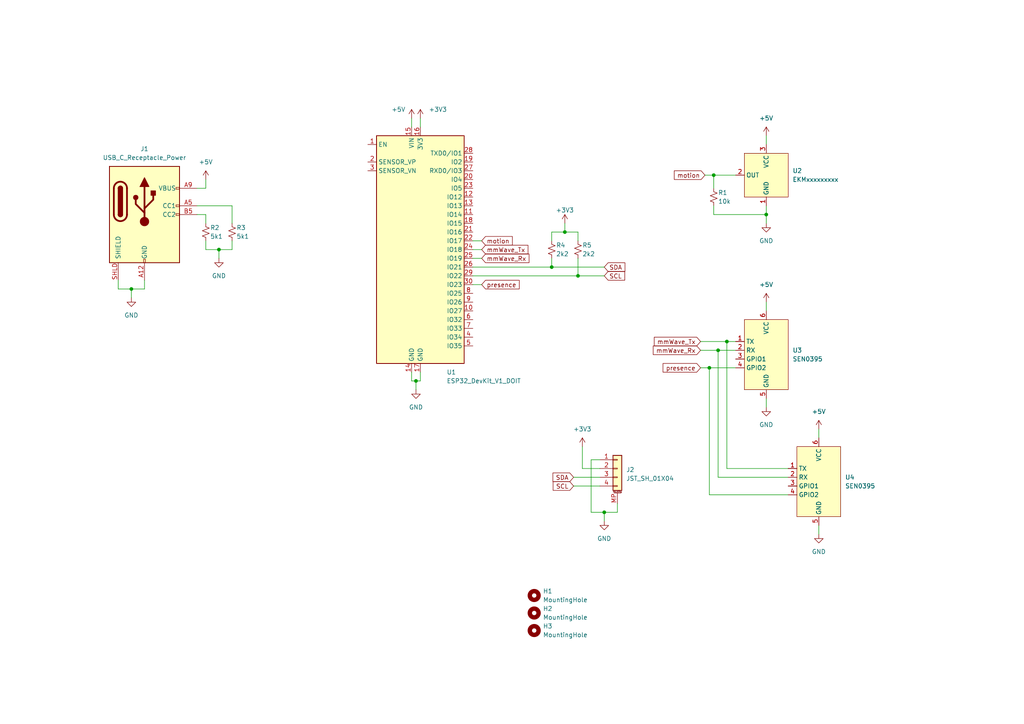
<source format=kicad_sch>
(kicad_sch (version 20211123) (generator eeschema)
  (paper "A4")
  (lib_symbols
    (symbol "Connector_Generic_MountingPin:Conn_01x04_MountingPin" (pin_names (offset 1.016) hide)
      (property "Reference" "J" (at 0 5.08 0))
      (property "Value" "Conn_01x04_MountingPin" (at 1.27 -7.62 0))
      (symbol "Conn_01x04_MountingPin_1_1"
        (rectangle (start -1.27 -4.953) (end 0 -5.207) (stroke (width 0.1524)))
        (rectangle (start -1.27 -2.413) (end 0 -2.667) (stroke (width 0.1524)))
        (rectangle (start -1.27 0.127) (end 0 -0.127) (stroke (width 0.1524)))
        (rectangle (start -1.27 2.667) (end 0 2.413) (stroke (width 0.1524)))
        (rectangle (start -1.27 3.81) (end 1.27 -6.35) (stroke (width 0.254)) (fill (type background)))
        (polyline (pts (xy -1.016 -7.112) (xy 1.016 -7.112)) (stroke (width 0.1524)))
        (text "Mounting" (at 0 -6.731 0) (effects (font (size 0.381 0.381))))
        (pin passive line (at -5.08 2.54 0) (length 3.81) (name "Pin_1") (number "1"))
        (pin passive line (at -5.08 0 0) (length 3.81) (name "Pin_2") (number "2"))
        (pin passive line (at -5.08 -2.54 0) (length 3.81) (name "Pin_3") (number "3"))
        (pin passive line (at -5.08 -5.08 0) (length 3.81) (name "Pin_4") (number "4"))
        (pin passive line (at 0 -10.16 90) (length 3.048) (name "MountPin") (number "MP"))
      )
    )
    (symbol "Device:R_Small_US" (pin_numbers hide) (pin_names (offset 0.254) hide)
      (property "Reference" "R" (at 0.762 0.508 0))
      (property "Value" "R_Small_US" (at 0.762 -1.016 0))
      (symbol "R_Small_US_1_1"
        (polyline (pts (xy 0 0) (xy 1.016 -0.381) (xy 0 -0.762) (xy -1.016 -1.143) (xy 0 -1.524)))
        (polyline (pts (xy 0 1.524) (xy 1.016 1.143) (xy 0 0.762) (xy -1.016 0.381) (xy 0 0)))
        (pin passive line (at 0 2.54 270) (length 1.016) (name "~") (number "1"))
        (pin passive line (at 0 -2.54 90) (length 1.016) (name "~") (number "2"))
      )
    )
    (symbol "Mechanical:MountingHole" (pin_names (offset 1.016))
      (property "Reference" "H" (at 0 5.08 0))
      (property "Value" "MountingHole" (at 0 3.175 0))
      (symbol "MountingHole_0_1"
        (circle (center 0 0) (radius 1.27) (stroke (width 1.27)))
      )
    )
    (symbol "My Symbols:EKMxxxxxxxxx"
      (property "Reference" "U" (at 5.08 -2.54 0))
      (property "Value" "EKMxxxxxxxxx" (at 5.08 0 0))
      (symbol "EKMxxxxxxxxx_0_1"
        (rectangle (start -6.35 -6.35) (end 6.35 -19.05) (fill (type background)))
      )
      (symbol "EKMxxxxxxxxx_1_1"
        (pin input line (at 0 -21.59 90) (length 2.54) (name "GND") (number "1"))
        (pin input line (at -8.89 -12.7 0) (length 2.54) (name "OUT") (number "2"))
        (pin input line (at 0 -3.81 270) (length 2.54) (name "VCC") (number "3"))
      )
    )
    (symbol "My Symbols:SEN0395"
      (property "Reference" "U" (at 5.08 -2.54 0))
      (property "Value" "SEN0395" (at 5.08 0 0))
      (symbol "SEN0395_0_1"
        (rectangle (start -6.35 -6.35) (end 6.35 -26.67) (fill (type background)))
      )
      (symbol "SEN0395_1_1"
        (pin input line (at -8.89 -12.7 0) (length 2.54) (name "TX") (number "1"))
        (pin input line (at -8.89 -15.24 0) (length 2.54) (name "RX") (number "2"))
        (pin input line (at -8.89 -17.78 0) (length 2.54) (name "GPIO1") (number "3"))
        (pin input line (at -8.89 -20.32 0) (length 2.54) (name "GPIO2") (number "4"))
        (pin input line (at 0 -29.21 90) (length 2.54) (name "GND") (number "5"))
        (pin input line (at 0 -3.81 270) (length 2.54) (name "VCC") (number "6"))
        (pin input line (at 8.89 -15.24 180) (length 2.54) hide (name "NC1") (number "7"))
        (pin input line (at 8.89 -17.78 180) (length 2.54) hide (name "NC2") (number "8"))
      )
    )
    (symbol "My Symbols:USB_C_Receptacle_Power" (pin_names (offset 1.016))
      (property "Reference" "J" (at -10.16 12.7 0))
      (property "Value" "USB_C_Receptacle_Power" (at 19.05 12.7 0))
      (symbol "USB_C_Receptacle_Power_0_0"
        (rectangle (start -0.254 -17.78) (end 0.254 -16.764))
        (rectangle (start 10.16 -3.556) (end 9.144 -4.064))
        (rectangle (start 10.16 -1.016) (end 9.144 -1.524))
        (rectangle (start 10.16 4.064) (end 9.144 3.556))
      )
      (symbol "USB_C_Receptacle_Power_0_1"
        (rectangle (start -10.16 10.16) (end 10.16 -17.78) (stroke (width 0.254)) (fill (type background)))
        (arc (start -8.89 -3.81) (mid -6.985 -5.715) (end -5.08 -3.81) (stroke (width 0.508)))
        (arc (start -7.62 -3.81) (mid -6.985 -4.445) (end -6.35 -3.81) (stroke (width 0.254)))
        (arc (start -7.62 -3.81) (mid -6.985 -4.445) (end -6.35 -3.81) (stroke (width 0.254)) (fill (type outline)))
        (rectangle (start -7.62 -3.81) (end -6.35 3.81) (stroke (width 0.254)) (fill (type outline)))
        (arc (start -6.35 3.81) (mid -6.985 4.445) (end -7.62 3.81) (stroke (width 0.254)))
        (arc (start -6.35 3.81) (mid -6.985 4.445) (end -7.62 3.81) (stroke (width 0.254)) (fill (type outline)))
        (arc (start -5.08 3.81) (mid -6.985 5.715) (end -8.89 3.81) (stroke (width 0.508)))
        (circle (center -2.54 1.143) (radius 0.635) (stroke (width 0.254)) (fill (type outline)))
        (circle (center 0 -5.842) (radius 1.27) (fill (type outline)))
        (polyline (pts (xy -8.89 -3.81) (xy -8.89 3.81)) (stroke (width 0.508)))
        (polyline (pts (xy -5.08 3.81) (xy -5.08 -3.81)) (stroke (width 0.508)))
        (polyline (pts (xy 0 -5.842) (xy 0 4.318)) (stroke (width 0.508)))
        (polyline (pts (xy 0 -3.302) (xy -2.54 -0.762) (xy -2.54 0.508)) (stroke (width 0.508)))
        (polyline (pts (xy 0 -2.032) (xy 2.54 0.508) (xy 2.54 1.778)) (stroke (width 0.508)))
        (polyline (pts (xy -1.27 4.318) (xy 0 6.858) (xy 1.27 4.318) (xy -1.27 4.318)) (stroke (width 0.254)) (fill (type outline)))
        (rectangle (start 1.905 1.778) (end 3.175 3.048) (stroke (width 0.254)) (fill (type outline)))
      )
      (symbol "USB_C_Receptacle_Power_1_1"
        (pin passive line (at 0 -22.86 90) (length 5.08) (name "GND") (number "A12"))
        (pin bidirectional line (at 15.24 -1.27 180) (length 5.08) (name "CC1") (number "A5"))
        (pin passive line (at 15.24 3.81 180) (length 5.08) (name "VBUS") (number "A9"))
        (pin passive line (at 0 -22.86 90) (length 5.08) hide (name "GND") (number "B12"))
        (pin bidirectional line (at 15.24 -3.81 180) (length 5.08) (name "CC2") (number "B5"))
        (pin passive line (at 15.24 3.81 180) (length 5.08) hide (name "VBUS") (number "B9"))
        (pin passive line (at -7.62 -22.86 90) (length 5.08) (name "SHIELD") (number "SHLD"))
      )
    )
    (symbol "esp32_devkit_v1_doit:ESP32_DevKit_V1_DOIT"
      (property "Reference" "U" (at -11.43 34.29 0))
      (property "Value" "ESP32_DevKit_V1_DOIT" (at 11.43 34.29 0))
      (symbol "ESP32_DevKit_V1_DOIT_1_1"
        (rectangle (start -12.7 33.02) (end 12.7 -33.02) (stroke (width 0.254)) (fill (type background)))
        (pin input line (at -15.24 30.48 0) (length 2.54) (name "EN") (number "1"))
        (pin bidirectional line (at 15.24 -17.78 180) (length 2.54) (name "IO27") (number "10"))
        (pin bidirectional line (at 15.24 10.16 180) (length 2.54) (name "IO14") (number "11"))
        (pin bidirectional line (at 15.24 15.24 180) (length 2.54) (name "IO12") (number "12"))
        (pin bidirectional line (at 15.24 12.7 180) (length 2.54) (name "IO13") (number "13"))
        (pin power_in line (at -2.54 -35.56 90) (length 2.54) (name "GND") (number "14"))
        (pin power_in line (at -2.54 35.56 270) (length 2.54) (name "VIN") (number "15"))
        (pin power_in line (at 0 35.56 270) (length 2.54) (name "3V3") (number "16"))
        (pin power_in line (at 0 -35.56 90) (length 2.54) (name "GND") (number "17"))
        (pin bidirectional line (at 15.24 7.62 180) (length 2.54) (name "IO15") (number "18"))
        (pin bidirectional line (at 15.24 25.4 180) (length 2.54) (name "IO2") (number "19"))
        (pin input line (at -15.24 25.4 0) (length 2.54) (name "SENSOR_VP") (number "2"))
        (pin bidirectional line (at 15.24 20.32 180) (length 2.54) (name "IO4") (number "20"))
        (pin bidirectional line (at 15.24 5.08 180) (length 2.54) (name "IO16") (number "21"))
        (pin bidirectional line (at 15.24 2.54 180) (length 2.54) (name "IO17") (number "22"))
        (pin bidirectional line (at 15.24 17.78 180) (length 2.54) (name "IO5") (number "23"))
        (pin bidirectional line (at 15.24 0 180) (length 2.54) (name "IO18") (number "24"))
        (pin bidirectional line (at 15.24 -2.54 180) (length 2.54) (name "IO19") (number "25"))
        (pin bidirectional line (at 15.24 -5.08 180) (length 2.54) (name "IO21") (number "26"))
        (pin bidirectional line (at 15.24 22.86 180) (length 2.54) (name "RXD0/IO3") (number "27"))
        (pin bidirectional line (at 15.24 27.94 180) (length 2.54) (name "TXD0/IO1") (number "28"))
        (pin bidirectional line (at 15.24 -7.62 180) (length 2.54) (name "IO22") (number "29"))
        (pin input line (at -15.24 22.86 0) (length 2.54) (name "SENSOR_VN") (number "3"))
        (pin bidirectional line (at 15.24 -10.16 180) (length 2.54) (name "IO23") (number "30"))
        (pin input line (at 15.24 -25.4 180) (length 2.54) (name "IO34") (number "4"))
        (pin input line (at 15.24 -27.94 180) (length 2.54) (name "IO35") (number "5"))
        (pin bidirectional line (at 15.24 -20.32 180) (length 2.54) (name "IO32") (number "6"))
        (pin bidirectional line (at 15.24 -22.86 180) (length 2.54) (name "IO33") (number "7"))
        (pin bidirectional line (at 15.24 -12.7 180) (length 2.54) (name "IO25") (number "8"))
        (pin bidirectional line (at 15.24 -15.24 180) (length 2.54) (name "IO26") (number "9"))
      )
    )
    (symbol "power:+3.3V" (power) (pin_names (offset 0))
      (property "Value" "+3.3V" (at 0 3.556 0))
      (symbol "+3.3V_0_1"
        (polyline (pts (xy -0.762 1.27) (xy 0 2.54)))
        (polyline (pts (xy 0 0) (xy 0 2.54)))
        (polyline (pts (xy 0 2.54) (xy 0.762 1.27)))
      )
      (symbol "+3.3V_1_1"
        (pin power_in line (at 0 0 90) (length 0) hide (name "+3V3") (number "1"))
      )
    )
    (symbol "power:+5V" (power) (pin_names (offset 0))
      (property "Value" "+5V" (at 0 3.556 0))
      (symbol "+5V_0_1"
        (polyline (pts (xy -0.762 1.27) (xy 0 2.54)))
        (polyline (pts (xy 0 0) (xy 0 2.54)))
        (polyline (pts (xy 0 2.54) (xy 0.762 1.27)))
      )
      (symbol "+5V_1_1"
        (pin power_in line (at 0 0 90) (length 0) hide (name "+5V") (number "1"))
      )
    )
    (symbol "power:GND" (power) (pin_names (offset 0))
      (property "Value" "GND" (at 0 -3.81 0))
      (symbol "GND_0_1"
        (polyline (pts (xy 0 0) (xy 0 -1.27) (xy 1.27 -1.27) (xy 0 -2.54) (xy -1.27 -1.27) (xy 0 -1.27)))
      )
      (symbol "GND_1_1"
        (pin power_in line (at 0 0 270) (length 0) hide (name "GND") (number "1"))
      )
    )
  )
  (junction (at 120.65 110.49))
  (junction (at 163.83 67.31))
  (junction (at 208.28 101.6))
  (junction (at 38.1 83.82))
  (junction (at 207.01 50.8))
  (junction (at 222.25 62.23))
  (junction (at 160.02 77.47))
  (junction (at 175.26 148.59))
  (junction (at 167.64 80.01))
  (junction (at 205.74 106.68))
  (junction (at 63.5 72.39))
  (junction (at 210.82 99.06))
  (wire (pts (xy 171.45 148.59) (xy 175.26 148.59)))
  (wire (pts (xy 204.47 50.8) (xy 207.01 50.8)))
  (wire (pts (xy 119.38 107.95) (xy 119.38 110.49)))
  (wire (pts (xy 137.16 74.93) (xy 139.7 74.93)))
  (wire (pts (xy 67.31 69.85) (xy 67.31 72.39)))
  (wire (pts (xy 210.82 135.89) (xy 228.6 135.89)))
  (wire (pts (xy 222.25 115.57) (xy 222.25 118.11)))
  (wire (pts (xy 237.49 152.4) (xy 237.49 154.94)))
  (wire (pts (xy 168.91 129.54) (xy 168.91 135.89)))
  (wire (pts (xy 59.69 72.39) (xy 63.5 72.39)))
  (wire (pts (xy 38.1 83.82) (xy 41.91 83.82)))
  (wire (pts (xy 208.28 101.6) (xy 213.36 101.6)))
  (wire (pts (xy 175.26 148.59) (xy 175.26 151.13)))
  (wire (pts (xy 168.91 135.89) (xy 173.99 135.89)))
  (wire (pts (xy 166.37 138.43) (xy 173.99 138.43)))
  (wire (pts (xy 167.64 80.01) (xy 175.26 80.01)))
  (wire (pts (xy 121.92 34.29) (xy 121.92 36.83)))
  (wire (pts (xy 167.64 67.31) (xy 167.64 69.85)))
  (wire (pts (xy 120.65 110.49) (xy 120.65 113.03)))
  (wire (pts (xy 205.74 143.51) (xy 205.74 106.68)))
  (wire (pts (xy 205.74 143.51) (xy 228.6 143.51)))
  (wire (pts (xy 207.01 62.23) (xy 222.25 62.23)))
  (wire (pts (xy 222.25 59.69) (xy 222.25 62.23)))
  (wire (pts (xy 208.28 138.43) (xy 208.28 101.6)))
  (wire (pts (xy 205.74 106.68) (xy 213.36 106.68)))
  (wire (pts (xy 34.29 83.82) (xy 38.1 83.82)))
  (wire (pts (xy 222.25 39.37) (xy 222.25 41.91)))
  (wire (pts (xy 207.01 50.8) (xy 213.36 50.8)))
  (wire (pts (xy 59.69 52.07) (xy 59.69 54.61)))
  (wire (pts (xy 63.5 72.39) (xy 63.5 74.93)))
  (wire (pts (xy 59.69 69.85) (xy 59.69 72.39)))
  (wire (pts (xy 137.16 80.01) (xy 167.64 80.01)))
  (wire (pts (xy 38.1 83.82) (xy 38.1 86.36)))
  (wire (pts (xy 160.02 77.47) (xy 175.26 77.47)))
  (wire (pts (xy 137.16 77.47) (xy 160.02 77.47)))
  (wire (pts (xy 57.15 62.23) (xy 59.69 62.23)))
  (wire (pts (xy 171.45 133.35) (xy 171.45 148.59)))
  (wire (pts (xy 119.38 34.29) (xy 119.38 36.83)))
  (wire (pts (xy 59.69 62.23) (xy 59.69 64.77)))
  (wire (pts (xy 119.38 110.49) (xy 120.65 110.49)))
  (wire (pts (xy 120.65 110.49) (xy 121.92 110.49)))
  (wire (pts (xy 207.01 54.61) (xy 207.01 50.8)))
  (wire (pts (xy 207.01 59.69) (xy 207.01 62.23)))
  (wire (pts (xy 160.02 74.93) (xy 160.02 77.47)))
  (wire (pts (xy 160.02 67.31) (xy 163.83 67.31)))
  (wire (pts (xy 137.16 72.39) (xy 139.7 72.39)))
  (wire (pts (xy 163.83 64.77) (xy 163.83 67.31)))
  (wire (pts (xy 210.82 99.06) (xy 213.36 99.06)))
  (wire (pts (xy 121.92 107.95) (xy 121.92 110.49)))
  (wire (pts (xy 175.26 148.59) (xy 179.07 148.59)))
  (wire (pts (xy 137.16 82.55) (xy 139.7 82.55)))
  (wire (pts (xy 67.31 64.77) (xy 67.31 59.69)))
  (wire (pts (xy 171.45 133.35) (xy 173.99 133.35)))
  (wire (pts (xy 203.2 101.6) (xy 208.28 101.6)))
  (wire (pts (xy 203.2 99.06) (xy 210.82 99.06)))
  (wire (pts (xy 41.91 81.28) (xy 41.91 83.82)))
  (wire (pts (xy 203.2 106.68) (xy 205.74 106.68)))
  (wire (pts (xy 167.64 74.93) (xy 167.64 80.01)))
  (wire (pts (xy 160.02 69.85) (xy 160.02 67.31)))
  (wire (pts (xy 67.31 59.69) (xy 57.15 59.69)))
  (wire (pts (xy 34.29 81.28) (xy 34.29 83.82)))
  (wire (pts (xy 210.82 135.89) (xy 210.82 99.06)))
  (wire (pts (xy 179.07 146.05) (xy 179.07 148.59)))
  (wire (pts (xy 163.83 67.31) (xy 167.64 67.31)))
  (wire (pts (xy 57.15 54.61) (xy 59.69 54.61)))
  (wire (pts (xy 222.25 62.23) (xy 222.25 64.77)))
  (wire (pts (xy 222.25 87.63) (xy 222.25 90.17)))
  (wire (pts (xy 208.28 138.43) (xy 228.6 138.43)))
  (wire (pts (xy 166.37 140.97) (xy 173.99 140.97)))
  (wire (pts (xy 237.49 124.46) (xy 237.49 127)))
  (wire (pts (xy 137.16 69.85) (xy 139.7 69.85)))
  (wire (pts (xy 63.5 72.39) (xy 67.31 72.39)))
  (global_label "motion" (shape input) (at 139.7 69.85 0) (property "Intersheet References" "${INTERSHEET_REFS}" (effects hide)))
  (global_label "mmWave_Rx" (shape input) (at 139.7 74.93 0) (property "Intersheet References" "${INTERSHEET_REFS}" (effects hide)))
  (global_label "mmWave_Tx" (shape input) (at 139.7 72.39 0) (property "Intersheet References" "${INTERSHEET_REFS}" (effects hide)))
  (global_label "presence" (shape input) (at 139.7 82.55 0) (property "Intersheet References" "${INTERSHEET_REFS}" (effects hide)))
  (global_label "SCL" (shape input) (at 166.37 140.97 180) (property "Intersheet References" "${INTERSHEET_REFS}" (effects hide)))
  (global_label "mmWave_Tx" (shape input) (at 203.2 99.06 180) (property "Intersheet References" "${INTERSHEET_REFS}" (effects hide)))
  (global_label "SCL" (shape input) (at 175.26 80.01 0) (property "Intersheet References" "${INTERSHEET_REFS}" (effects hide)))
  (global_label "presence" (shape input) (at 203.2 106.68 180) (property "Intersheet References" "${INTERSHEET_REFS}" (effects hide)))
  (global_label "mmWave_Rx" (shape input) (at 203.2 101.6 180) (property "Intersheet References" "${INTERSHEET_REFS}" (effects hide)))
  (global_label "SDA" (shape input) (at 175.26 77.47 0) (property "Intersheet References" "${INTERSHEET_REFS}" (effects hide)))
  (global_label "SDA" (shape input) (at 166.37 138.43 180) (property "Intersheet References" "${INTERSHEET_REFS}" (effects hide)))
  (global_label "motion" (shape input) (at 204.47 50.8 180) (property "Intersheet References" "${INTERSHEET_REFS}" (effects hide)))
  (symbol (lib_id "power:GND") (at 38.1 86.36 0) (unit 1)
    (property "Reference" "#PWR06" (effects hide))
    (property "Value" "GND" (at 38.1 91.44 0))
  )
  (symbol (lib_id "power:+3.3V") (at 121.92 34.29 0) (unit 1)
    (property "Reference" "#PWR0105" (effects hide))
    (property "Value" "+3.3V" (at 127 31.75 0))
  )
  (symbol (lib_id "Mechanical:MountingHole") (at 154.94 172.72 0) (unit 1)
    (property "Reference" "H1" (at 157.48 171.4499 0) (effects (justify left)))
    (property "Value" "MountingHole" (at 157.48 173.9899 0) (effects (justify left)))
    (property "Footprint" "MountingHole:MountingHole_3.2mm_M3" (effects hide))
  )
  (symbol (lib_id "power:+5V") (at 237.49 124.46 0) (unit 1)
    (property "Reference" "#PWR0102" (effects hide))
    (property "Value" "+5V" (at 237.49 119.38 0))
  )
  (symbol (lib_id "power:GND") (at 237.49 154.94 0) (unit 1)
    (property "Reference" "#PWR0101" (effects hide))
    (property "Value" "GND" (at 237.49 160.02 0))
  )
  (symbol (lib_id "My Symbols:SEN0395") (at 222.25 86.36 0) (unit 1)
    (property "Reference" "U3" (at 229.87 101.5999 0) (effects (justify left)))
    (property "Value" "SEN0395" (at 229.87 104.1399 0) (effects (justify left)))
    (property "Footprint" "My Footprints:SEN0395" (effects hide))
    (property "Datasheet" "https://wiki.dfrobot.com/mmWave_Radar_Human_Presence_Detection_SKU_SEN0395" (effects hide))
  )
  (symbol (lib_id "Device:R_Small_US") (at 67.31 67.31 0) (unit 1)
    (property "Reference" "R3" (at 68.58 66.04 0) (effects (justify left)))
    (property "Value" "5k1" (at 68.58 68.58 0) (effects (justify left)))
    (property "Footprint" "Resistor_SMD:R_0603_1608Metric" (effects hide))
  )
  (symbol (lib_id "Mechanical:MountingHole") (at 154.94 177.8 0) (unit 1)
    (property "Reference" "H2" (at 157.48 176.5299 0) (effects (justify left)))
    (property "Value" "MountingHole" (at 157.48 179.0699 0) (effects (justify left)))
    (property "Footprint" "MountingHole:MountingHole_3.2mm_M3" (effects hide))
  )
  (symbol (lib_id "power:GND") (at 222.25 64.77 0) (unit 1)
    (property "Reference" "#PWR04" (effects hide))
    (property "Value" "GND" (at 222.25 69.85 0))
  )
  (symbol (lib_id "Device:R_Small_US") (at 59.69 67.31 0) (unit 1)
    (property "Reference" "R2" (at 60.96 66.04 0) (effects (justify left)))
    (property "Value" "5k1" (at 60.96 68.58 0) (effects (justify left)))
    (property "Footprint" "Resistor_SMD:R_0603_1608Metric" (effects hide))
  )
  (symbol (lib_id "My Symbols:USB_C_Receptacle_Power") (at 41.91 58.42 0) (unit 1)
    (property "Reference" "J1" (at 41.91 43.18 0))
    (property "Value" "USB_C_Receptacle_Power" (at 41.91 45.72 0))
    (property "Footprint" "My Footprints:USB_C_Power" (effects hide))
    (property "Datasheet" "https://datasheet.lcsc.com/lcsc/2108132030_Hanbo-Electronic-MC-312_C961716.pdf" (effects hide))
  )
  (symbol (lib_id "power:+5V") (at 222.25 87.63 0) (unit 1)
    (property "Reference" "#PWR07" (effects hide))
    (property "Value" "+5V" (at 222.25 82.55 0))
  )
  (symbol (lib_id "esp32_devkit_v1_doit:ESP32_DevKit_V1_DOIT") (at 121.92 72.39 0) (unit 1)
    (property "Reference" "U1" (at 129.54 107.95 0) (effects (justify left)))
    (property "Value" "ESP32_DevKit_V1_DOIT" (at 129.54 110.49 0) (effects (justify left)))
    (property "Footprint" "My Footprints:esp32_devkit_v1" (effects hide))
    (property "Datasheet" "https://aliexpress.com/item/32864722159.html" (effects hide))
  )
  (symbol (lib_id "power:+5V") (at 222.25 39.37 0) (unit 1)
    (property "Reference" "#PWR02" (effects hide))
    (property "Value" "+5V" (at 222.25 34.29 0))
  )
  (symbol (lib_id "Device:R_Small_US") (at 167.64 72.39 0) (unit 1)
    (property "Reference" "R5" (at 168.91 71.12 0) (effects (justify left)))
    (property "Value" "2k2" (at 168.91 73.66 0) (effects (justify left)))
    (property "Footprint" "Resistor_SMD:R_0603_1608Metric" (effects hide))
  )
  (symbol (lib_id "My Symbols:EKMxxxxxxxxx") (at 222.25 38.1 0) (unit 1)
    (property "Reference" "U2" (at 229.87 49.5299 0) (effects (justify left)))
    (property "Value" "EKMxxxxxxxxx" (at 229.87 52.0699 0) (effects (justify left)))
    (property "Footprint" "My Footprints:EKMxxxxxxxxx" (effects hide))
    (property "Datasheet" "https://www.mouser.com/datasheet/2/315/PANA_S_A0009105372_1-2560853.pdf" (effects hide))
  )
  (symbol (lib_id "Connector_Generic_MountingPin:Conn_01x04_MountingPin") (at 179.07 135.89 0) (unit 1)
    (property "Reference" "J2" (at 181.61 136.2455 0) (effects (justify left)))
    (property "Value" "JST_SH_01X04" (at 181.61 138.7855 0) (effects (justify left)))
    (property "Footprint" "Connector_JST:JST_SH_SM04B-SRSS-TB_1x04-1MP_P1.00mm_Horizontal" (effects hide))
  )
  (symbol (lib_id "power:GND") (at 63.5 74.93 0) (unit 1)
    (property "Reference" "#PWR05" (effects hide))
    (property "Value" "GND" (at 63.5 80.01 0))
  )
  (symbol (lib_id "power:+5V") (at 119.38 34.29 0) (unit 1)
    (property "Reference" "#PWR01" (effects hide))
    (property "Value" "+5V" (at 115.57 31.75 0))
  )
  (symbol (lib_id "power:GND") (at 222.25 118.11 0) (unit 1)
    (property "Reference" "#PWR09" (effects hide))
    (property "Value" "GND" (at 222.25 123.19 0))
  )
  (symbol (lib_id "Device:R_Small_US") (at 207.01 57.15 0) (unit 1)
    (property "Reference" "R1" (at 208.28 55.88 0) (effects (justify left)))
    (property "Value" "10k" (at 208.28 58.42 0) (effects (justify left)))
    (property "Footprint" "Resistor_SMD:R_0603_1608Metric" (effects hide))
  )
  (symbol (lib_id "power:GND") (at 120.65 113.03 0) (unit 1)
    (property "Reference" "#PWR08" (effects hide))
    (property "Value" "GND" (at 120.65 118.11 0))
  )
  (symbol (lib_id "power:+5V") (at 59.69 52.07 0) (unit 1)
    (property "Reference" "#PWR03" (effects hide))
    (property "Value" "+5V" (at 59.69 46.99 0))
  )
  (symbol (lib_id "Device:R_Small_US") (at 160.02 72.39 0) (unit 1)
    (property "Reference" "R4" (at 161.29 71.12 0) (effects (justify left)))
    (property "Value" "2k2" (at 161.29 73.66 0) (effects (justify left)))
    (property "Footprint" "Resistor_SMD:R_0603_1608Metric" (effects hide))
  )
  (symbol (lib_id "Mechanical:MountingHole") (at 154.94 182.88 0) (unit 1)
    (property "Reference" "H3" (at 157.48 181.6099 0) (effects (justify left)))
    (property "Value" "MountingHole" (at 157.48 184.1499 0) (effects (justify left)))
    (property "Footprint" "MountingHole:MountingHole_3.2mm_M3" (effects hide))
  )
  (symbol (lib_id "power:+3.3V") (at 163.83 64.77 0) (unit 1)
    (property "Reference" "#PWR0106" (effects hide))
    (property "Value" "+3.3V" (at 163.83 60.96 0))
  )
  (symbol (lib_id "My Symbols:SEN0395") (at 237.49 123.19 0) (unit 1)
    (property "Reference" "U4" (at 245.11 138.4299 0) (effects (justify left)))
    (property "Value" "SEN0395" (at 245.11 140.9699 0) (effects (justify left)))
    (property "Footprint" "My Footprints:SEN0395" (effects hide))
    (property "Datasheet" "https://wiki.dfrobot.com/mmWave_Radar_Human_Presence_Detection_SKU_SEN0395" (effects hide))
  )
  (symbol (lib_id "power:GND") (at 175.26 151.13 0) (unit 1)
    (property "Reference" "#PWR0104" (effects hide))
    (property "Value" "GND" (at 175.26 156.21 0))
  )
  (symbol (lib_id "power:+3.3V") (at 168.91 129.54 0) (unit 1)
    (property "Reference" "#PWR0103" (effects hide))
    (property "Value" "+3.3V" (at 168.91 124.46 0))
  )
)
</source>
